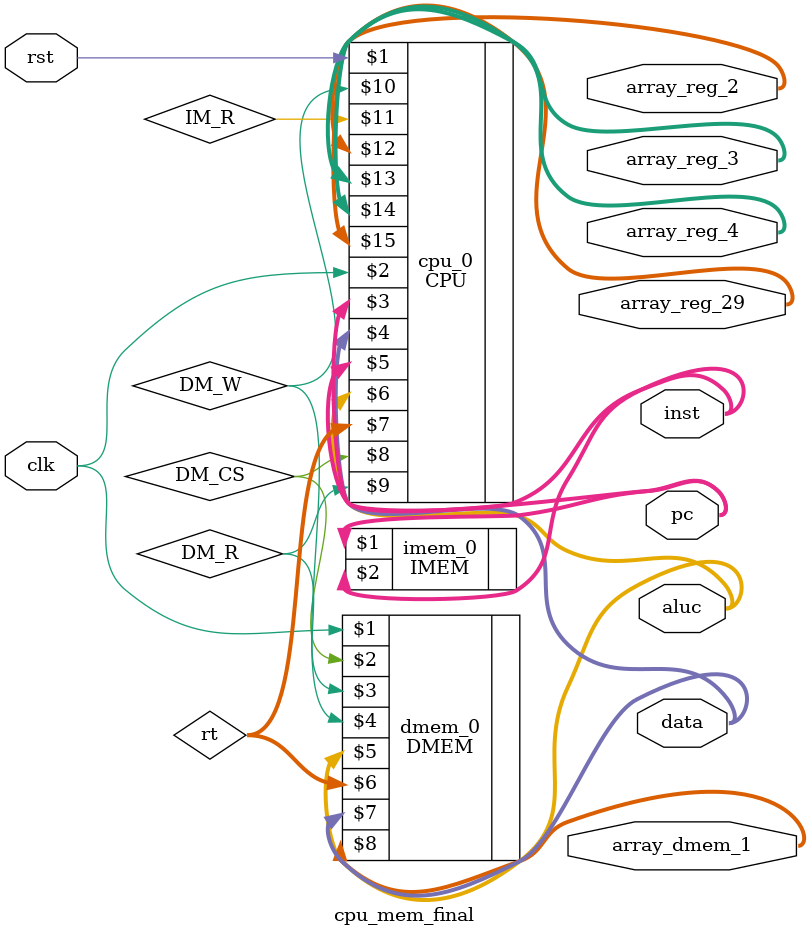
<source format=v>
`timescale 1ns / 1ps
module cpu_mem_final(
	input clk,
	input rst,
	output [31:0]inst,
	output [31:0]pc,
	output [31:0]aluc,
	output [31:0]data,
	output [31:0] array_reg_2,//ÏÂ°åÒý³ö¹Ü½Å
	output [31:0] array_reg_3,//ÏÂ°åÒý³ö¹Ü½Å
	output [31:0] array_reg_4,//ÏÂ°åÒý³ö¹Ü½Å
	output [31:0] array_reg_29,//ÏÂ°åÒý³ö¹Ü½Å
	output [7:0] array_dmem_1 //Òý³ödmem
	
    );
	 wire [31:0] rt;       
	 wire IM_R,DM_W,DM_R,DM_CS;
	 CPU cpu_0(rst,clk,inst,data,pc,aluc,rt,DM_CS,DM_R,DM_W,IM_R,array_reg_2,array_reg_3,array_reg_4,array_reg_29);
	 IMEM imem_0(pc,inst);
	 //IPCORE1 imem_0(pc[11:2],inst);
	 DMEM dmem_0(clk,DM_CS,DM_R,DM_W,aluc,rt,data,array_dmem_1);
	 


endmodule

</source>
